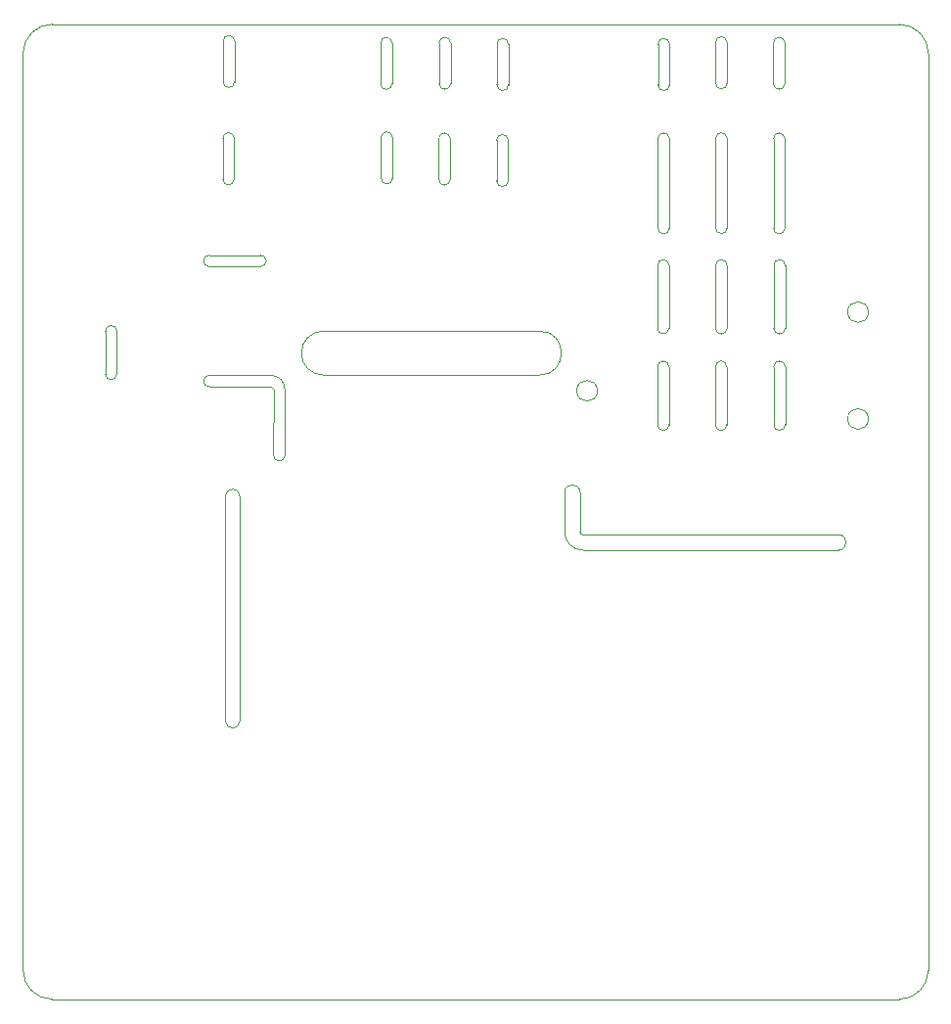
<source format=gm1>
G04 #@! TF.GenerationSoftware,KiCad,Pcbnew,(6.0.4)*
G04 #@! TF.CreationDate,2022-05-30T19:30:28+02:00*
G04 #@! TF.ProjectId,hamodule,68616d6f-6475-46c6-952e-6b696361645f,rev?*
G04 #@! TF.SameCoordinates,Original*
G04 #@! TF.FileFunction,Profile,NP*
%FSLAX46Y46*%
G04 Gerber Fmt 4.6, Leading zero omitted, Abs format (unit mm)*
G04 Created by KiCad (PCBNEW (6.0.4)) date 2022-05-30 19:30:28*
%MOMM*%
%LPD*%
G01*
G04 APERTURE LIST*
G04 #@! TA.AperFunction,Profile*
%ADD10C,0.050000*%
G04 #@! TD*
G04 #@! TA.AperFunction,Profile*
%ADD11C,0.100000*%
G04 #@! TD*
G04 APERTURE END LIST*
D10*
X200977500Y-151701500D02*
G75*
G03*
X203517500Y-149161500I0J2540000D01*
G01*
X203517500Y-149161500D02*
X203517500Y-69913500D01*
X161836500Y-151703500D02*
X127698500Y-151703500D01*
X198321500Y-92265500D02*
G75*
G03*
X198321500Y-92265500I-900000J0D01*
G01*
D11*
X169852000Y-97715027D02*
X151151705Y-97715027D01*
D10*
X200977500Y-67373500D02*
X127698500Y-67373500D01*
D11*
X151151705Y-93910599D02*
X169852000Y-93910599D01*
D10*
X151151705Y-93910573D02*
G75*
G03*
X151151705Y-97715027I-5J-1902227D01*
G01*
X125158500Y-149161500D02*
X125158500Y-69913500D01*
X169852000Y-97715001D02*
G75*
G03*
X169852000Y-93910599I0J1902201D01*
G01*
X125158499Y-149161500D02*
G75*
G03*
X127698500Y-151703500I2542001J0D01*
G01*
X200977500Y-151701500D02*
X161836500Y-151703500D01*
X203517500Y-69913500D02*
G75*
G03*
X200977500Y-67373500I-2540000J0D01*
G01*
X146832375Y-104654892D02*
G75*
G03*
X147828875Y-104654892I498250J-2850D01*
G01*
X186096050Y-93659550D02*
X186096050Y-88229850D01*
X190100400Y-68999100D02*
X190100400Y-72507500D01*
X174877300Y-99072700D02*
G75*
G03*
X174877300Y-99072700I-900000J0D01*
G01*
X156115200Y-68999100D02*
X156115200Y-72507500D01*
D11*
X172021500Y-111264700D02*
X172021500Y-107886500D01*
D10*
X180118200Y-72609100D02*
G75*
G03*
X181114700Y-72609100I498250J0D01*
G01*
X180070350Y-88229850D02*
X180070350Y-93659550D01*
X181114700Y-69100700D02*
G75*
G03*
X180118200Y-69100700I-498250J0D01*
G01*
X162140900Y-80787900D02*
X162140900Y-77279500D01*
X142450000Y-77254100D02*
X142450000Y-80762500D01*
X181066850Y-93659550D02*
X181066850Y-88229850D01*
X180070350Y-102000000D02*
G75*
G03*
X181066850Y-102000000I498250J0D01*
G01*
X161169800Y-72507500D02*
G75*
G03*
X162166300Y-72507500I498250J0D01*
G01*
X190103350Y-85009900D02*
G75*
G03*
X191099850Y-85009900I498250J0D01*
G01*
X143936500Y-108213500D02*
G75*
G03*
X142666500Y-108213500I-635000J0D01*
G01*
X198321500Y-101511100D02*
G75*
G03*
X198321500Y-101511100I-900000J0D01*
G01*
X172021500Y-111264700D02*
G75*
G03*
X173621700Y-112864900I1600200J0D01*
G01*
X191125250Y-93659550D02*
X191125250Y-88229850D01*
X185099550Y-93659550D02*
G75*
G03*
X186096050Y-93659550I498250J0D01*
G01*
X162166300Y-68999100D02*
G75*
G03*
X161169800Y-68999100I-498250J0D01*
G01*
X190100400Y-72507500D02*
G75*
G03*
X191096900Y-72507500I498250J0D01*
G01*
X145712375Y-87334375D02*
X141280625Y-87334375D01*
X156140600Y-77177900D02*
X156140600Y-80686300D01*
X181066850Y-88229850D02*
G75*
G03*
X180070350Y-88229850I-498250J0D01*
G01*
X190103350Y-77282450D02*
X190103350Y-85009900D01*
X191099850Y-85009900D02*
X191099850Y-77282450D01*
X141280625Y-97734325D02*
G75*
G03*
X141280625Y-98730875I-2825J-498275D01*
G01*
X166173600Y-69100700D02*
X166173600Y-72609100D01*
D11*
X173621700Y-111518700D02*
X195719700Y-111518700D01*
D10*
X173367700Y-107886500D02*
G75*
G03*
X172021500Y-107886500I-673100J0D01*
G01*
X185074150Y-97000000D02*
X185074150Y-102000000D01*
X141280625Y-98730875D02*
X146634200Y-98729800D01*
X166148200Y-77406500D02*
X166148200Y-80914900D01*
D11*
X173367700Y-107886500D02*
X173367700Y-111264700D01*
D10*
X191125250Y-88229850D02*
G75*
G03*
X190128750Y-88229850I-498250J0D01*
G01*
X180106500Y-77270700D02*
X180106500Y-84998150D01*
X142476500Y-72351900D02*
G75*
G03*
X143473000Y-72351900I498250J0D01*
G01*
X156115200Y-72507500D02*
G75*
G03*
X157111700Y-72507500I498250J0D01*
G01*
X186093100Y-72456700D02*
X186093100Y-68948300D01*
X191125250Y-102000000D02*
X191125250Y-97000000D01*
X146837400Y-98933000D02*
G75*
G03*
X146634200Y-98729800I-203200J0D01*
G01*
X146837400Y-98933000D02*
X146832375Y-104654892D01*
X157137100Y-80686300D02*
X157137100Y-77177900D01*
X180070350Y-97000000D02*
X180070350Y-102000000D01*
X191099850Y-77282450D02*
G75*
G03*
X190103350Y-77282450I-498250J0D01*
G01*
X147828875Y-104654892D02*
X147828000Y-98933000D01*
X161144400Y-80787900D02*
G75*
G03*
X162140900Y-80787900I498250J0D01*
G01*
X180118200Y-69100700D02*
X180118200Y-72609100D01*
X167144700Y-80914900D02*
X167144700Y-77406500D01*
X190128750Y-97000000D02*
X190128750Y-102000000D01*
X132290000Y-97609250D02*
G75*
G03*
X133286500Y-97609250I498250J0D01*
G01*
D11*
X195719700Y-112864900D02*
X173621700Y-112864900D01*
D10*
X186096050Y-84984500D02*
X186096050Y-77257050D01*
X180106500Y-84998150D02*
G75*
G03*
X181103000Y-84998150I498250J0D01*
G01*
X173367700Y-111264700D02*
G75*
G03*
X173621700Y-111518700I254000J0D01*
G01*
X156140600Y-80686300D02*
G75*
G03*
X157137100Y-80686300I498250J0D01*
G01*
X143473000Y-68843500D02*
G75*
G03*
X142476500Y-68843500I-498250J0D01*
G01*
X143473000Y-72351900D02*
X143473000Y-68843500D01*
X145712375Y-88330825D02*
G75*
G03*
X145712375Y-87334375I25J498225D01*
G01*
X143446500Y-80762500D02*
X143446500Y-77254100D01*
X181103000Y-84998150D02*
X181103000Y-77270700D01*
X143446500Y-77254100D02*
G75*
G03*
X142450000Y-77254100I-498250J0D01*
G01*
X142450000Y-80762500D02*
G75*
G03*
X143446500Y-80762500I498250J0D01*
G01*
X167170100Y-72609100D02*
X167170100Y-69100700D01*
X161169800Y-68999100D02*
X161169800Y-72507500D01*
X142666500Y-127619100D02*
G75*
G03*
X143936500Y-127619100I635000J15614D01*
G01*
X185099550Y-88229850D02*
X185099550Y-93659550D01*
X167170100Y-69100700D02*
G75*
G03*
X166173600Y-69100700I-498250J0D01*
G01*
X180070350Y-93659550D02*
G75*
G03*
X181066850Y-93659550I498250J0D01*
G01*
X161144400Y-77279500D02*
X161144400Y-80787900D01*
X127698500Y-67373500D02*
G75*
G03*
X125158500Y-69913500I0J-2540000D01*
G01*
X141280625Y-87334325D02*
G75*
G03*
X141280625Y-88330875I-25J-498275D01*
G01*
X162140900Y-77279500D02*
G75*
G03*
X161144400Y-77279500I-498250J0D01*
G01*
X132290000Y-93929750D02*
X132290000Y-97609250D01*
X185099550Y-77257050D02*
X185099550Y-84984500D01*
X162166300Y-72507500D02*
X162166300Y-68999100D01*
X186096050Y-88229850D02*
G75*
G03*
X185099550Y-88229850I-498250J0D01*
G01*
X185096600Y-72456700D02*
G75*
G03*
X186093100Y-72456700I498250J0D01*
G01*
X186093100Y-68948300D02*
G75*
G03*
X185096600Y-68948300I-498250J0D01*
G01*
X142666500Y-108213500D02*
X142666500Y-127619100D01*
X166148200Y-80914900D02*
G75*
G03*
X167144700Y-80914900I498250J0D01*
G01*
X191125250Y-97000000D02*
G75*
G03*
X190128750Y-97000000I-498250J0D01*
G01*
X190128750Y-93659550D02*
G75*
G03*
X191125250Y-93659550I498250J0D01*
G01*
X185099550Y-84984500D02*
G75*
G03*
X186096050Y-84984500I498250J0D01*
G01*
X157137100Y-77177900D02*
G75*
G03*
X156140600Y-77177900I-498250J0D01*
G01*
X185074150Y-102000000D02*
G75*
G03*
X186070650Y-102000000I498250J0D01*
G01*
X191096900Y-72507500D02*
X191096900Y-68999100D01*
X186096050Y-77257050D02*
G75*
G03*
X185099550Y-77257050I-498250J0D01*
G01*
X147828000Y-98933000D02*
G75*
G03*
X146634200Y-97739200I-1193800J0D01*
G01*
X157111700Y-68999100D02*
G75*
G03*
X156115200Y-68999100I-498250J0D01*
G01*
X157111700Y-72507500D02*
X157111700Y-68999100D01*
X142476500Y-68843500D02*
X142476500Y-72351900D01*
X190128750Y-88229850D02*
X190128750Y-93659550D01*
X146634200Y-97739200D02*
X141280625Y-97734375D01*
X181066850Y-102000000D02*
X181066850Y-97000000D01*
X133286500Y-93929750D02*
G75*
G03*
X132290000Y-93929750I-498250J0D01*
G01*
X195719700Y-112864900D02*
G75*
G03*
X195719700Y-111518700I0J673100D01*
G01*
X181066850Y-97000000D02*
G75*
G03*
X180070350Y-97000000I-498250J0D01*
G01*
X186070650Y-97000000D02*
G75*
G03*
X185074150Y-97000000I-498250J0D01*
G01*
X167144700Y-77406500D02*
G75*
G03*
X166148200Y-77406500I-498250J0D01*
G01*
X191096900Y-68999100D02*
G75*
G03*
X190100400Y-68999100I-498250J0D01*
G01*
X166173600Y-72609100D02*
G75*
G03*
X167170100Y-72609100I498250J0D01*
G01*
X133286500Y-97609250D02*
X133286500Y-93929750D01*
X185096600Y-68948300D02*
X185096600Y-72456700D01*
X186070650Y-102000000D02*
X186070650Y-97000000D01*
X181114700Y-72609100D02*
X181114700Y-69100700D01*
X141280625Y-88330875D02*
X145712375Y-88330875D01*
X143936500Y-127619100D02*
X143936500Y-108213500D01*
X181103000Y-77270700D02*
G75*
G03*
X180106500Y-77270700I-498250J0D01*
G01*
X190128750Y-102000000D02*
G75*
G03*
X191125250Y-102000000I498250J0D01*
G01*
M02*

</source>
